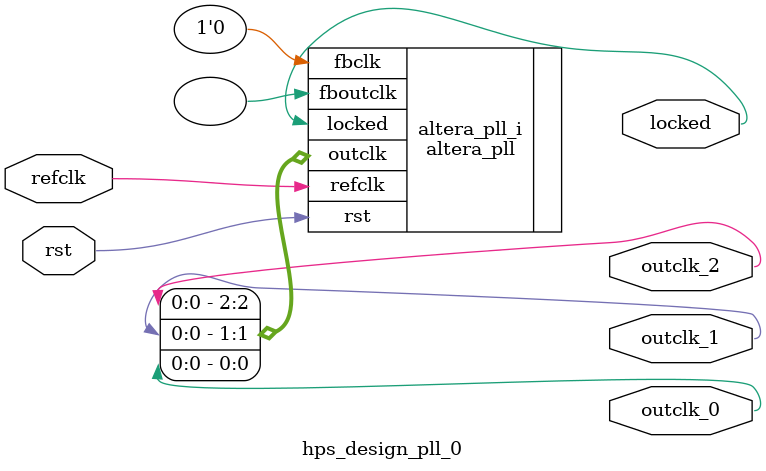
<source format=v>
`timescale 1ns/10ps
module  hps_design_pll_0(

	// interface 'refclk'
	input wire refclk,

	// interface 'reset'
	input wire rst,

	// interface 'outclk0'
	output wire outclk_0,

	// interface 'outclk1'
	output wire outclk_1,

	// interface 'outclk2'
	output wire outclk_2,

	// interface 'locked'
	output wire locked
);

	altera_pll #(
		.fractional_vco_multiplier("false"),
		.reference_clock_frequency("50.0 MHz"),
		.operation_mode("normal"),
		.number_of_clocks(3),
		.output_clock_frequency0("50.000000 MHz"),
		.phase_shift0("0 ps"),
		.duty_cycle0(50),
		.output_clock_frequency1("100.000000 MHz"),
		.phase_shift1("0 ps"),
		.duty_cycle1(50),
		.output_clock_frequency2("100.000000 MHz"),
		.phase_shift2("-3750 ps"),
		.duty_cycle2(50),
		.output_clock_frequency3("0 MHz"),
		.phase_shift3("0 ps"),
		.duty_cycle3(50),
		.output_clock_frequency4("0 MHz"),
		.phase_shift4("0 ps"),
		.duty_cycle4(50),
		.output_clock_frequency5("0 MHz"),
		.phase_shift5("0 ps"),
		.duty_cycle5(50),
		.output_clock_frequency6("0 MHz"),
		.phase_shift6("0 ps"),
		.duty_cycle6(50),
		.output_clock_frequency7("0 MHz"),
		.phase_shift7("0 ps"),
		.duty_cycle7(50),
		.output_clock_frequency8("0 MHz"),
		.phase_shift8("0 ps"),
		.duty_cycle8(50),
		.output_clock_frequency9("0 MHz"),
		.phase_shift9("0 ps"),
		.duty_cycle9(50),
		.output_clock_frequency10("0 MHz"),
		.phase_shift10("0 ps"),
		.duty_cycle10(50),
		.output_clock_frequency11("0 MHz"),
		.phase_shift11("0 ps"),
		.duty_cycle11(50),
		.output_clock_frequency12("0 MHz"),
		.phase_shift12("0 ps"),
		.duty_cycle12(50),
		.output_clock_frequency13("0 MHz"),
		.phase_shift13("0 ps"),
		.duty_cycle13(50),
		.output_clock_frequency14("0 MHz"),
		.phase_shift14("0 ps"),
		.duty_cycle14(50),
		.output_clock_frequency15("0 MHz"),
		.phase_shift15("0 ps"),
		.duty_cycle15(50),
		.output_clock_frequency16("0 MHz"),
		.phase_shift16("0 ps"),
		.duty_cycle16(50),
		.output_clock_frequency17("0 MHz"),
		.phase_shift17("0 ps"),
		.duty_cycle17(50),
		.pll_type("General"),
		.pll_subtype("General")
	) altera_pll_i (
		.rst	(rst),
		.outclk	({outclk_2, outclk_1, outclk_0}),
		.locked	(locked),
		.fboutclk	( ),
		.fbclk	(1'b0),
		.refclk	(refclk)
	);
endmodule


</source>
